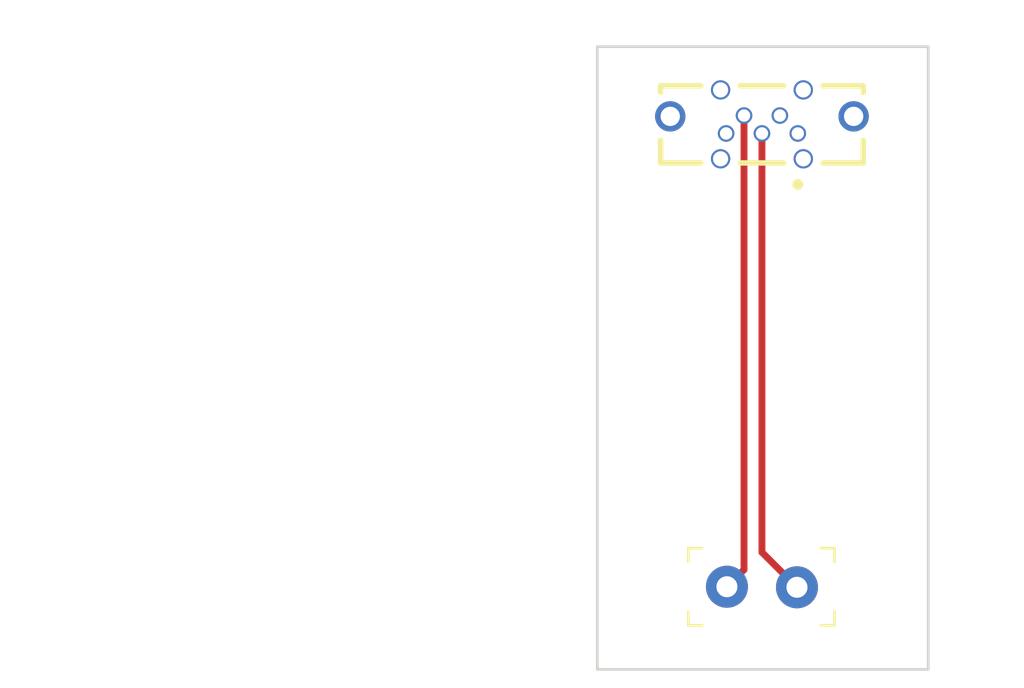
<source format=kicad_pcb>
(kicad_pcb (version 20221018) (generator pcbnew)
  (layers (0 "F.Cu" signal) (31 "B.Cu" signal) (34 "B.Paste" user) (35 "F.Paste" user) (36 "B.SilkS" user "B.Silkscreen") (37 "F.SilkS" user "F.Silkscreen") (38 "B.Mask" user) (39 "F.Mask" user) (44 "Edge.Cuts" user))
  (net 0 "")
  (footprint "USB3150-30-130-A:GCT_USB3150-30-130-A" (layer "F.Cu") (at 138.97 67.5 180)
    (fp_text reference "REF**" hide)
    (fp_text value "GCT_USB3150-30-130-A")
    (fp_line (start -3.675 -1.72) (end -3.675 -0.9) (stroke (width 0.2)) (layer "F.SilkS"))
    (fp_line (start -3.675 -1.72) (end -2.215 -1.72) (stroke (width 0.2)) (layer "F.SilkS"))
    (fp_line (start -3.675 0.84) (end -3.675 1.08) (stroke (width 0.2)) (layer "F.SilkS"))
    (fp_line (start -3.675 1.08) (end -2.215 1.08) (stroke (width 0.2)) (layer "F.SilkS"))
    (fp_line (start -0.785 -1.72) (end 0.785 -1.72) (stroke (width 0.2)) (layer "F.SilkS"))
    (fp_line (start -0.785 1.08) (end 0.785 1.08) (stroke (width 0.2)) (layer "F.SilkS"))
    (fp_line (start 2.215 -1.72) (end 3.675 -1.72) (stroke (width 0.2)) (layer "F.SilkS"))
    (fp_line (start 2.215 1.08) (end 3.675 1.08) (stroke (width 0.2)) (layer "F.SilkS"))
    (fp_line (start 3.675 -1.72) (end 3.675 -0.9) (stroke (width 0.2)) (layer "F.SilkS"))
    (fp_line (start 3.675 0.84) (end 3.675 1.08) (stroke (width 0.2)) (layer "F.SilkS"))
    (fp_circle (center -1.3 -2.5) (end -1.2 -2.5) (stroke (width 0.2)) (fill none) (layer "F.SilkS"))
    (pad "" np_thru_hole circle (at -2.8 -1.07 180) (size 0.8 0.8) (drill 0.8) (layers "*.Cu" "*.Mask"))
    (pad "" np_thru_hole circle (at 2.8 -1.07 180) (size 0.8 0.8) (drill 0.8) (layers "*.Cu" "*.Mask"))
    (pad "1" thru_hole circle (at -1.3 -0.65 180) (size 0.6 0.6) (drill 0.45) (layers "*.Cu" "*.Mask"))
    (pad "2" thru_hole circle (at -0.65 0 180) (size 0.6 0.6) (drill 0.45) (layers "*.Cu" "*.Mask"))
    (pad "3" thru_hole circle (at 0 -0.65 180) (size 0.6 0.6) (drill 0.45) (layers "*.Cu" "*.Mask"))
    (pad "4" thru_hole circle (at 0.65 0 180) (size 0.6 0.6) (drill 0.45) (layers "*.Cu" "*.Mask"))
    (pad "5" thru_hole circle (at 1.3 -0.65 180) (size 0.6 0.6) (drill 0.45) (layers "*.Cu" "*.Mask"))
    (pad "S1" thru_hole circle (at -1.5 -1.57 180) (size 0.7 0.7) (drill 0.55) (layers "*.Cu" "*.Mask"))
    (pad "S2" thru_hole circle (at 1.5 -1.57 180) (size 0.7 0.7) (drill 0.55) (layers "*.Cu" "*.Mask"))
    (pad "S3" thru_hole circle (at -1.5 0.93 180) (size 0.7 0.7) (drill 0.55) (layers "*.Cu" "*.Mask"))
    (pad "S4" thru_hole circle (at 1.5 0.93 180) (size 0.7 0.7) (drill 0.55) (layers "*.Cu" "*.Mask"))
    (pad "S5" thru_hole circle (at -3.325 -0.03 180) (size 1.1 1.1) (drill 0.7) (layers "*.Cu" "*.Mask"))
    (pad "S6" thru_hole circle (at 3.325 -0.03 180) (size 1.1 1.1) (drill 0.7) (layers "*.Cu" "*.Mask"))
  )
  (footprint "digikey-footprints:PinHeader_1x2_P2.54mm" (layer "F.Cu") (at 137.7 84.6)
    (fp_text reference "REF**" hide)
    (fp_text value "PinHeader_1x2_P2.54mm")
    (fp_line (start -1.4 -1.4) (end -1.4 -0.9) (stroke (width 0.1)) (layer "F.SilkS"))
    (fp_line (start -1.4 -1.4) (end -0.9 -1.4) (stroke (width 0.1)) (layer "F.SilkS"))
    (fp_line (start -1.4 1.4) (end -1.4 0.9) (stroke (width 0.1)) (layer "F.SilkS"))
    (fp_line (start -1.4 1.4) (end -0.9 1.4) (stroke (width 0.1)) (layer "F.SilkS"))
    (fp_line (start 3.9 -1.4) (end 3.4 -1.4) (stroke (width 0.1)) (layer "F.SilkS"))
    (fp_line (start 3.9 -1.4) (end 3.9 -0.9) (stroke (width 0.1)) (layer "F.SilkS"))
    (fp_line (start 3.9 1.4) (end 3.4 1.4) (stroke (width 0.1)) (layer "F.SilkS"))
    (fp_line (start 3.9 1.4) (end 3.9 0.9) (stroke (width 0.1)) (layer "F.SilkS"))
    (pad "1" thru_hole circle (at 0 0) (size 1.524 1.524) (drill 0.762) (layers "*.Cu" "*.Mask"))
    (pad "2" thru_hole circle (at 2.54 0.02) (size 1.524 1.524) (drill 0.762) (layers "*.Cu" "*.Mask"))
  )
  (gr_line (start 133 87.6) (end 145 87.6) (stroke (width 0.1)) (layer "Edge.Cuts"))
  (gr_line (start 133 87.6) (end 133 65) (stroke (width 0.1)) (layer "Edge.Cuts"))
  (gr_line (start 145 65) (end 145 87.6) (stroke (width 0.1)) (layer "Edge.Cuts"))
  (gr_line (start 133 65) (end 145 65) (stroke (width 0.1)) (layer "Edge.Cuts"))
  (segment (start 138.97 68.15) (end 138.97 83.35) (width 0.25) (layer "F.Cu") (net 0))
  (segment (start 138.32 67.5) (end 138.32 83.98) (width 0.25) (layer "F.Cu") (net 0))
  (segment (start 138.32 83.98) (end 137.7 84.6) (width 0.25) (layer "F.Cu") (net 0))
  (segment (start 138.97 83.35) (end 140.24 84.62) (width 0.25) (layer "F.Cu") (net 0))
)
</source>
